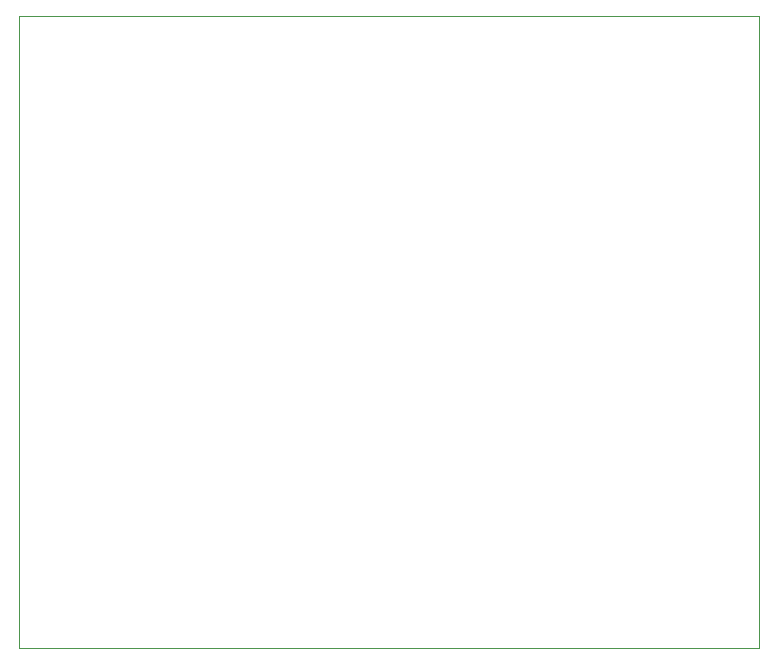
<source format=gbr>
%TF.GenerationSoftware,KiCad,Pcbnew,9.0.6*%
%TF.CreationDate,2025-12-18T17:34:00+05:30*%
%TF.ProjectId,Blueprint_Project,426c7565-7072-4696-9e74-5f50726f6a65,rev?*%
%TF.SameCoordinates,Original*%
%TF.FileFunction,Profile,NP*%
%FSLAX46Y46*%
G04 Gerber Fmt 4.6, Leading zero omitted, Abs format (unit mm)*
G04 Created by KiCad (PCBNEW 9.0.6) date 2025-12-18 17:34:00*
%MOMM*%
%LPD*%
G01*
G04 APERTURE LIST*
%TA.AperFunction,Profile*%
%ADD10C,0.050000*%
%TD*%
G04 APERTURE END LIST*
D10*
X147170000Y-61670000D02*
X209860000Y-61670000D01*
X209860000Y-115150000D01*
X147170000Y-115150000D01*
X147170000Y-61670000D01*
M02*

</source>
